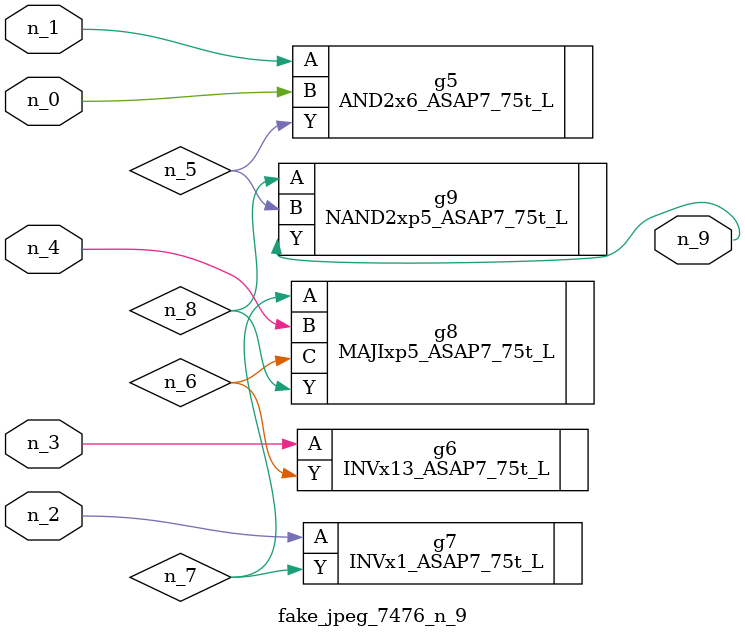
<source format=v>
module fake_jpeg_7476_n_9 (n_3, n_2, n_1, n_0, n_4, n_9);

input n_3;
input n_2;
input n_1;
input n_0;
input n_4;

output n_9;

wire n_8;
wire n_6;
wire n_5;
wire n_7;

AND2x6_ASAP7_75t_L g5 ( 
.A(n_1),
.B(n_0),
.Y(n_5)
);

INVx13_ASAP7_75t_L g6 ( 
.A(n_3),
.Y(n_6)
);

INVx1_ASAP7_75t_L g7 ( 
.A(n_2),
.Y(n_7)
);

MAJIxp5_ASAP7_75t_L g8 ( 
.A(n_7),
.B(n_4),
.C(n_6),
.Y(n_8)
);

NAND2xp5_ASAP7_75t_L g9 ( 
.A(n_8),
.B(n_5),
.Y(n_9)
);


endmodule
</source>
